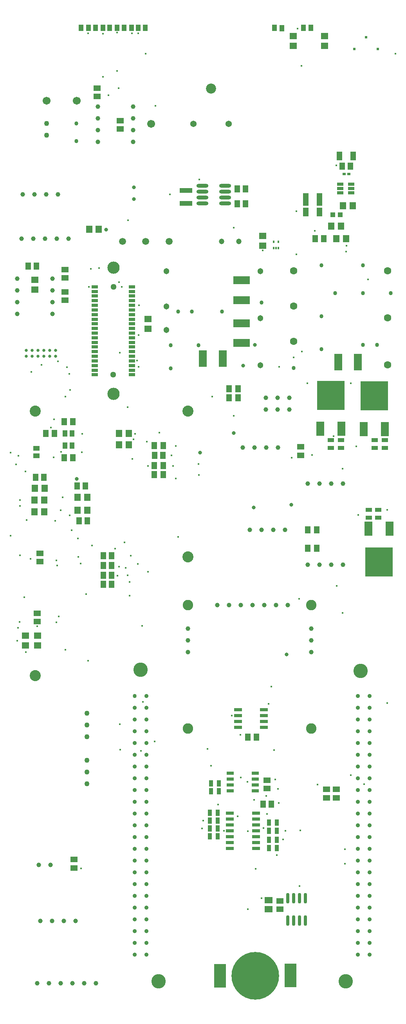
<source format=gbr>
G04 Layer_Color=16711935*
%FSLAX26Y26*%
%MOIN*%
%TF.FileFunction,Soldermask,Bot*%
%TF.Part,Single*%
G01*
G75*
%TA.AperFunction,SMDPad,CuDef*%
%ADD82R,0.053500X0.028000*%
%ADD83R,0.102425X0.204787*%
%ADD84C,0.405575*%
%ADD85R,0.053213X0.063055*%
%ADD86R,0.061087X0.049276*%
%ADD87R,0.057150X0.041402*%
%ADD88R,0.049276X0.061087*%
%ADD89R,0.045339X0.059118*%
%ADD90R,0.041402X0.057150*%
%ADD91R,0.049276X0.110299*%
%ADD92R,0.049276X0.074866*%
%ADD93R,0.232346X0.248095*%
%ADD94R,0.066992X0.122110*%
%ADD95R,0.063055X0.053213*%
%ADD96R,0.141795X0.066992*%
%ADD97R,0.066992X0.141795*%
%ADD98R,0.055181X0.025654*%
%ADD99R,0.055181X0.037465*%
%ADD100R,0.027622X0.023685*%
%ADD101R,0.039433X0.043370*%
%ADD102R,0.106362X0.041402*%
%ADD103O,0.102425X0.031559*%
G04:AMPARAMS|DCode=104|XSize=27.622mil|YSize=61.087mil|CornerRadius=4.008mil|HoleSize=0mil|Usage=FLASHONLY|Rotation=90.000|XOffset=0mil|YOffset=0mil|HoleType=Round|Shape=RoundedRectangle|*
%AMROUNDEDRECTD104*
21,1,0.027622,0.053071,0,0,90.0*
21,1,0.019606,0.061087,0,0,90.0*
1,1,0.008016,0.026535,0.009803*
1,1,0.008016,0.026535,-0.009803*
1,1,0.008016,-0.026535,-0.009803*
1,1,0.008016,-0.026535,0.009803*
%
%ADD104ROUNDEDRECTD104*%
%ADD105R,0.037465X0.055181*%
G04:AMPARAMS|DCode=106|XSize=29.591mil|YSize=68.961mil|CornerRadius=3.919mil|HoleSize=0mil|Usage=FLASHONLY|Rotation=90.000|XOffset=0mil|YOffset=0mil|HoleType=Round|Shape=RoundedRectangle|*
%AMROUNDEDRECTD106*
21,1,0.029591,0.061122,0,0,90.0*
21,1,0.021752,0.068961,0,0,90.0*
1,1,0.007839,0.030561,0.010876*
1,1,0.007839,0.030561,-0.010876*
1,1,0.007839,-0.030561,-0.010876*
1,1,0.007839,-0.030561,0.010876*
%
%ADD106ROUNDEDRECTD106*%
%ADD107R,0.065024X0.057150*%
%ADD108R,0.059118X0.045339*%
%ADD109R,0.015811X0.021716*%
%ADD110O,0.027622X0.090614*%
%TA.AperFunction,ComponentPad*%
%ADD111C,0.026268*%
%ADD112C,0.026268*%
%ADD113C,0.066992*%
%ADD114C,0.043370*%
%ADD115C,0.035496*%
%ADD116C,0.034000*%
%ADD117C,0.104000*%
%ADD118C,0.051000*%
%ADD119C,0.051244*%
%ADD120C,0.051244*%
%ADD121C,0.039433*%
%ADD122C,0.024000*%
%ADD123C,0.086000*%
%ADD124C,0.054000*%
%ADD125C,0.063055*%
%ADD126C,0.031559*%
%TA.AperFunction,ViaPad*%
%ADD127C,0.034000*%
%TA.AperFunction,ComponentPad*%
%ADD128C,0.059118*%
%ADD129C,0.047307*%
%TA.AperFunction,ViaPad*%
%ADD130C,0.122110*%
%ADD131C,0.094000*%
%ADD132C,0.089000*%
%ADD133C,0.015811*%
%ADD134C,0.032000*%
D82*
X-492747Y3257222D02*
D03*
X-492747Y3217822D02*
D03*
X-492747Y3178422D02*
D03*
X-492747Y3139022D02*
D03*
X-492747Y3099622D02*
D03*
X-492747Y3060222D02*
D03*
X-492747Y3020822D02*
D03*
X-492747Y2981422D02*
D03*
X-492747Y2942022D02*
D03*
X-492747Y2902622D02*
D03*
X-492747Y2863222D02*
D03*
X-492747Y2823822D02*
D03*
X-492747Y2784422D02*
D03*
X-492747Y2745022D02*
D03*
X-492747Y2705622D02*
D03*
X-492747Y2666222D02*
D03*
X-492747Y2626822D02*
D03*
X-492747Y2587422D02*
D03*
X-492747Y2548022D02*
D03*
X-492747Y2508622D02*
D03*
X-177547Y3257222D02*
D03*
X-177547Y3217822D02*
D03*
X-177547Y3178422D02*
D03*
X-177547Y3139022D02*
D03*
X-177547Y3099622D02*
D03*
X-177547Y3060222D02*
D03*
X-177547Y3020822D02*
D03*
X-177547Y2981422D02*
D03*
X-177547Y2942022D02*
D03*
X-177547Y2902622D02*
D03*
X-177547Y2863222D02*
D03*
X-177547Y2823822D02*
D03*
X-177547Y2784422D02*
D03*
X-177547Y2745022D02*
D03*
X-177547Y2705622D02*
D03*
X-177547Y2666222D02*
D03*
X-177547Y2626822D02*
D03*
X-177547Y2587422D02*
D03*
X-177547Y2548022D02*
D03*
X-177547Y2508622D02*
D03*
D03*
D83*
X571349Y-2603300D02*
D03*
X1173711Y-2599362D02*
D03*
D84*
X872531Y-2603300D02*
D03*
D85*
X-459159Y3745126D02*
D03*
X-541837Y3745126D02*
D03*
X-924713Y1443158D02*
D03*
X-1007391Y1443158D02*
D03*
X-1007393Y1343156D02*
D03*
X-924717Y1343156D02*
D03*
X-285933Y1912450D02*
D03*
X-203255Y1912450D02*
D03*
X-285933Y2010874D02*
D03*
X-203255Y2010874D02*
D03*
X-558179Y1357926D02*
D03*
X-640857Y1357926D02*
D03*
X-558177Y1466192D02*
D03*
X-640855Y1466192D02*
D03*
X-919791Y1544340D02*
D03*
X-1002469Y1544340D02*
D03*
X1563917Y3667000D02*
D03*
X1646593Y3667000D02*
D03*
X1603595Y3771998D02*
D03*
X1520917Y3771998D02*
D03*
X1619577Y3947882D02*
D03*
X1702255Y3947882D02*
D03*
D86*
X-748529Y3142764D02*
D03*
X-748529Y3213630D02*
D03*
X-748533Y3331738D02*
D03*
X-748533Y3402604D02*
D03*
X-961129Y918354D02*
D03*
X-961129Y989220D02*
D03*
X-984753Y410480D02*
D03*
X-984753Y481346D02*
D03*
X-276093Y4599454D02*
D03*
X-276093Y4670320D02*
D03*
X973909Y-939912D02*
D03*
X973909Y-1010778D02*
D03*
X1082177Y-1967472D02*
D03*
X1082177Y-2038338D02*
D03*
X-472945Y4875048D02*
D03*
X-472945Y4945914D02*
D03*
D87*
X-988689Y1882922D02*
D03*
X-988689Y1819930D02*
D03*
D88*
X-996563Y1634890D02*
D03*
X-925697Y1634890D02*
D03*
X-421759Y969536D02*
D03*
X-350893Y969536D02*
D03*
X-421759Y886858D02*
D03*
X-350893Y886858D02*
D03*
X-421761Y725442D02*
D03*
X-350895Y725442D02*
D03*
X-421759Y804184D02*
D03*
X-350893Y804184D02*
D03*
X15249Y1823868D02*
D03*
X86115Y1823868D02*
D03*
X-627075Y1265406D02*
D03*
X-556209Y1265406D02*
D03*
X-644791Y1564618D02*
D03*
X-573925Y1564618D02*
D03*
X1454687Y3667002D02*
D03*
X1383821Y3667002D02*
D03*
X1613675Y4284494D02*
D03*
X1684543Y4284494D02*
D03*
X719971Y3961662D02*
D03*
X790837Y3961662D02*
D03*
X719973Y4089614D02*
D03*
X790839Y4089614D02*
D03*
X-1059557Y3433512D02*
D03*
X-988691Y3433512D02*
D03*
X938475Y-1142670D02*
D03*
X1009341Y-1142670D02*
D03*
X810823Y-575000D02*
D03*
X881689Y-575000D02*
D03*
D89*
X-911917Y2008906D02*
D03*
X-837115Y2008906D02*
D03*
X-754437Y1804184D02*
D03*
X-679633Y1804184D02*
D03*
X-754437Y2111270D02*
D03*
X-679633Y2111270D02*
D03*
X13279Y1658512D02*
D03*
X88083Y1658512D02*
D03*
X88083Y1737254D02*
D03*
X13279Y1737254D02*
D03*
X725877Y2312056D02*
D03*
X651073Y2312056D02*
D03*
X651075Y2390794D02*
D03*
X725877Y2390794D02*
D03*
X1320361Y1190008D02*
D03*
X1395165Y1190008D02*
D03*
X1395171Y1032528D02*
D03*
X1320367Y1032528D02*
D03*
X13281Y1906544D02*
D03*
X88083Y1906544D02*
D03*
D90*
X-748533Y1906542D02*
D03*
X-685541Y1906542D02*
D03*
X-748533Y2008904D02*
D03*
X-685541Y2008904D02*
D03*
X1037885Y5460040D02*
D03*
X1100877Y5457134D02*
D03*
X-485913Y5459410D02*
D03*
X-422919Y5459410D02*
D03*
X-242033Y5460040D02*
D03*
X-179041Y5460040D02*
D03*
X-365911Y5459410D02*
D03*
X-302919Y5459410D02*
D03*
X-125281Y5460040D02*
D03*
X-62289Y5460040D02*
D03*
X-610611Y5459000D02*
D03*
X-547619Y5459000D02*
D03*
X1283949Y5460040D02*
D03*
X1346941Y5460040D02*
D03*
D91*
X1303199Y4000000D02*
D03*
X1421309Y4000000D02*
D03*
D92*
X1302649Y3892762D02*
D03*
X1420759Y3892762D02*
D03*
X1589201Y4370998D02*
D03*
X1707313Y4370998D02*
D03*
D93*
X1926317Y915600D02*
D03*
X1886853Y2330558D02*
D03*
X1515247Y2333708D02*
D03*
D94*
X2016475Y1199064D02*
D03*
X1836161Y1199064D02*
D03*
X1796695Y2047094D02*
D03*
X1977009Y2047094D02*
D03*
X1425091Y2050244D02*
D03*
X1605405Y2050244D02*
D03*
D95*
X935523Y3607332D02*
D03*
X935523Y3690008D02*
D03*
X-980815Y207726D02*
D03*
X-980815Y290402D02*
D03*
X1463083Y5390202D02*
D03*
X1463083Y5307526D02*
D03*
X-1004437Y3234692D02*
D03*
X-1004437Y3317370D02*
D03*
X1197335Y5307528D02*
D03*
X1197335Y5390204D02*
D03*
X-1083177Y290400D02*
D03*
X-1083177Y207722D02*
D03*
X-39871Y2983314D02*
D03*
X-39871Y2900638D02*
D03*
D96*
X757373Y3142764D02*
D03*
X757373Y3312054D02*
D03*
X757373Y2947882D02*
D03*
X757373Y2778590D02*
D03*
D97*
X1747529Y2617172D02*
D03*
X1578239Y2617172D02*
D03*
X595957Y2646700D02*
D03*
X426667Y2646700D02*
D03*
D98*
X1595959Y4130952D02*
D03*
X1595959Y4093550D02*
D03*
X1595959Y4056148D02*
D03*
X1690447Y4056148D02*
D03*
X1690447Y4093550D02*
D03*
X1690447Y4130952D02*
D03*
D99*
X1840051Y1294338D02*
D03*
X1840051Y1361268D02*
D03*
X1918789Y1294338D02*
D03*
X1918789Y1361268D02*
D03*
X1603829Y1951820D02*
D03*
X1603829Y1884890D02*
D03*
X1515247Y1884890D02*
D03*
X1515247Y1951820D02*
D03*
X1977847Y1951820D02*
D03*
X1977847Y1884890D02*
D03*
X1889261Y1884888D02*
D03*
X1889261Y1951818D02*
D03*
D100*
X1629573Y4217000D02*
D03*
X1668943Y4217000D02*
D03*
D101*
X1532961Y3869140D02*
D03*
X1595953Y3869140D02*
D03*
D102*
X282965Y3965598D02*
D03*
X282965Y4075836D02*
D03*
D103*
X615641Y4115402D02*
D03*
X615641Y4065402D02*
D03*
X615641Y4015402D02*
D03*
X615641Y3965402D02*
D03*
X422727Y4115402D02*
D03*
X422727Y4065402D02*
D03*
X422727Y4015402D02*
D03*
X422727Y3965402D02*
D03*
D104*
X874499Y-880662D02*
D03*
X874499Y-930662D02*
D03*
X874499Y-980662D02*
D03*
X874499Y-1030662D02*
D03*
X659933Y-880662D02*
D03*
X659933Y-930662D02*
D03*
X659933Y-980662D02*
D03*
X659933Y-1030662D02*
D03*
D105*
X1056585Y-1369048D02*
D03*
X989655Y-1369048D02*
D03*
X989657Y-1516684D02*
D03*
X1056587Y-1516684D02*
D03*
X1056585Y-1447788D02*
D03*
X989655Y-1447788D02*
D03*
X989657Y-1300152D02*
D03*
X1056587Y-1300152D02*
D03*
X552649Y-1416292D02*
D03*
X485719Y-1416292D02*
D03*
X485719Y-1349360D02*
D03*
X552649Y-1349360D02*
D03*
X552649Y-1282432D02*
D03*
X485719Y-1282432D02*
D03*
X485721Y-1215502D02*
D03*
X552651Y-1215502D02*
D03*
X497531Y-1034402D02*
D03*
X564461Y-1034402D02*
D03*
X564459Y-965504D02*
D03*
X497529Y-965504D02*
D03*
D106*
X947331Y-340306D02*
D03*
X947331Y-390306D02*
D03*
X947331Y-440306D02*
D03*
X947331Y-490306D02*
D03*
X724891Y-340306D02*
D03*
X724891Y-390306D02*
D03*
X724891Y-440306D02*
D03*
X724891Y-490306D02*
D03*
X655995Y-1519048D02*
D03*
X655995Y-1469048D02*
D03*
X655995Y-1419048D02*
D03*
X655995Y-1369048D02*
D03*
X655995Y-1319048D02*
D03*
X655995Y-1269048D02*
D03*
X655995Y-1219048D02*
D03*
X878437Y-1519048D02*
D03*
X878437Y-1469048D02*
D03*
X878437Y-1419048D02*
D03*
X878437Y-1369048D02*
D03*
X878437Y-1319048D02*
D03*
X878437Y-1269048D02*
D03*
X878437Y-1219048D02*
D03*
D107*
X987689Y-1959598D02*
D03*
X987689Y-2038340D02*
D03*
D108*
X1259343Y1821896D02*
D03*
X1259343Y1896700D02*
D03*
X1564459Y-1016684D02*
D03*
X1564459Y-1091486D02*
D03*
X1479813Y-1091488D02*
D03*
X1479813Y-1016684D02*
D03*
X-669413Y-1613190D02*
D03*
X-669413Y-1687992D02*
D03*
D109*
X1069381Y3638984D02*
D03*
X1030011Y3638984D02*
D03*
X1030011Y3585834D02*
D03*
X1049697Y3585834D02*
D03*
X1069381Y3585834D02*
D03*
D110*
X1298909Y-2132826D02*
D03*
X1248909Y-2132826D02*
D03*
X1198909Y-2132826D02*
D03*
X1148909Y-2132826D02*
D03*
X1298909Y-1943850D02*
D03*
X1248909Y-1943850D02*
D03*
X1198909Y-1943850D02*
D03*
X1148909Y-1943850D02*
D03*
D111*
X-828493Y2717567D02*
D03*
X-878493Y2717567D02*
D03*
X-928493Y2717567D02*
D03*
X-978493Y2717567D02*
D03*
X-1028493Y2717567D02*
D03*
X-1078493Y2717567D02*
D03*
X-828493Y2667567D02*
D03*
X-928493Y2667567D02*
D03*
X-978493Y2667567D02*
D03*
X-1028493Y2667567D02*
D03*
X-878493Y2667567D02*
D03*
D112*
X-1078493Y2667567D02*
D03*
D113*
X-904115Y4839000D02*
D03*
X-647115Y4840000D02*
D03*
X-14115Y4644000D02*
D03*
D114*
X-902415Y4547094D02*
D03*
X-902415Y4647094D02*
D03*
X-559415Y-770590D02*
D03*
X-559415Y-870590D02*
D03*
X-559415Y-970590D02*
D03*
X-559415Y-570590D02*
D03*
X-559415Y-470590D02*
D03*
X-559415Y-370590D02*
D03*
D115*
X-53745Y-225000D02*
D03*
X-53745Y-325000D02*
D03*
X-53745Y-425000D02*
D03*
X-53745Y-525000D02*
D03*
X-53745Y-625000D02*
D03*
X-53745Y-725000D02*
D03*
X-53745Y-825000D02*
D03*
X-53745Y-925000D02*
D03*
X-53745Y-1025000D02*
D03*
X-53745Y-1125000D02*
D03*
X-53745Y-1225000D02*
D03*
X-53745Y-1325000D02*
D03*
X-53745Y-1425000D02*
D03*
X-53745Y-1525000D02*
D03*
X-53745Y-1625000D02*
D03*
X-53745Y-1725000D02*
D03*
X-53745Y-1825000D02*
D03*
X-53745Y-1925000D02*
D03*
X-53745Y-2025000D02*
D03*
X-53745Y-2125000D02*
D03*
X-53745Y-2225000D02*
D03*
X-53745Y-2325000D02*
D03*
X-53745Y-2425000D02*
D03*
X-153745Y-325000D02*
D03*
X-153745Y-425000D02*
D03*
X-153745Y-525000D02*
D03*
X-153745Y-625000D02*
D03*
X-153745Y-725000D02*
D03*
X-153745Y-825000D02*
D03*
X-153745Y-925000D02*
D03*
X-153745Y-1025000D02*
D03*
X-153745Y-1125000D02*
D03*
X-153745Y-1225000D02*
D03*
X-153745Y-1325000D02*
D03*
X-153745Y-1425000D02*
D03*
X-153745Y-1525000D02*
D03*
X-153745Y-1625000D02*
D03*
X-153745Y-1725000D02*
D03*
X-153745Y-1825000D02*
D03*
X-153745Y-1925000D02*
D03*
X-153745Y-2025000D02*
D03*
X-153745Y-2125000D02*
D03*
X-153745Y-2225000D02*
D03*
X-153745Y-2325000D02*
D03*
X-153745Y-2425000D02*
D03*
X1746255Y-225000D02*
D03*
X1846255Y-225000D02*
D03*
X1846255Y-325000D02*
D03*
X1846255Y-425000D02*
D03*
X1846255Y-525000D02*
D03*
X1846255Y-625000D02*
D03*
X1846255Y-725000D02*
D03*
X1846255Y-825000D02*
D03*
X1846255Y-925000D02*
D03*
X1846255Y-1025000D02*
D03*
X1846255Y-1125000D02*
D03*
X1846255Y-1225000D02*
D03*
X1846255Y-1325000D02*
D03*
X1846255Y-1425000D02*
D03*
X1846255Y-1525000D02*
D03*
X1846255Y-1625000D02*
D03*
X1846255Y-1725000D02*
D03*
X1846255Y-1825000D02*
D03*
X1846255Y-1925000D02*
D03*
X1846255Y-2025000D02*
D03*
X1846255Y-2125000D02*
D03*
X1846255Y-2225000D02*
D03*
X1846255Y-2325000D02*
D03*
X1846255Y-2425000D02*
D03*
X1746255Y-325000D02*
D03*
X1746255Y-425000D02*
D03*
X1746255Y-525000D02*
D03*
X1746255Y-625000D02*
D03*
X1746255Y-725000D02*
D03*
X1746255Y-825000D02*
D03*
X1746255Y-925000D02*
D03*
X1746255Y-1025000D02*
D03*
X1746255Y-1125000D02*
D03*
X1746255Y-1225000D02*
D03*
X1746255Y-1325000D02*
D03*
X1746255Y-1425000D02*
D03*
X1746255Y-1525000D02*
D03*
X1746255Y-1625000D02*
D03*
X1746255Y-1725000D02*
D03*
X1746255Y-1825000D02*
D03*
X1746255Y-1925000D02*
D03*
X1746255Y-2025000D02*
D03*
X1746255Y-2125000D02*
D03*
X1746255Y-2225000D02*
D03*
X1746255Y-2325000D02*
D03*
X1746255Y-2425000D02*
D03*
D116*
X-153745Y-225000D02*
D03*
X-650107Y4646700D02*
D03*
X-650107Y4497094D02*
D03*
D117*
X-335147Y2346722D02*
D03*
X-335147Y3419122D02*
D03*
D118*
X-335147Y3257222D02*
D03*
X-336747Y2508622D02*
D03*
D119*
X914853Y2991190D02*
D03*
D120*
X114853Y3391190D02*
D03*
X114853Y3091190D02*
D03*
X114853Y2891190D02*
D03*
X914853Y3391190D02*
D03*
X914853Y2591190D02*
D03*
D121*
X964067Y2213630D02*
D03*
X1064067Y2213630D02*
D03*
X1164067Y2213630D02*
D03*
X1164067Y2313630D02*
D03*
X1064067Y2313630D02*
D03*
X964067Y2313630D02*
D03*
X826271Y1190008D02*
D03*
X926271Y1190008D02*
D03*
X1026271Y1190008D02*
D03*
X1126271Y1190008D02*
D03*
X767215Y1888826D02*
D03*
X867215Y1888826D02*
D03*
X967215Y1888826D02*
D03*
X1067215Y1888826D02*
D03*
X1318397Y1583708D02*
D03*
X1418397Y1583708D02*
D03*
X1518397Y1583708D02*
D03*
X1618397Y1583708D02*
D03*
X-807587Y4044338D02*
D03*
X-907587Y4044338D02*
D03*
X-1007587Y4044338D02*
D03*
X-1107587Y4044338D02*
D03*
X1318397Y894732D02*
D03*
X1418397Y894732D02*
D03*
X1518397Y894732D02*
D03*
X1618397Y894732D02*
D03*
X-1116051Y3668158D02*
D03*
X-716051Y3668158D02*
D03*
X-816051Y3668158D02*
D03*
X-916051Y3668158D02*
D03*
X-1016051Y3668158D02*
D03*
X-854435Y3027606D02*
D03*
X-854435Y3127606D02*
D03*
X-854435Y3227606D02*
D03*
X-854435Y3327606D02*
D03*
X-1154435Y3027606D02*
D03*
X-1154435Y3127606D02*
D03*
X-1154435Y3227606D02*
D03*
X-1154435Y3327606D02*
D03*
X-167429Y4490796D02*
D03*
X-167429Y4590796D02*
D03*
X-167429Y4690796D02*
D03*
X-167429Y4790796D02*
D03*
X-467429Y4490796D02*
D03*
X-467429Y4590796D02*
D03*
X-467429Y4690796D02*
D03*
X-467429Y4790796D02*
D03*
X-484755Y-2668260D02*
D03*
X-584755Y-2668260D02*
D03*
X-684755Y-2668260D02*
D03*
X-784755Y-2668260D02*
D03*
X-884755Y-2668260D02*
D03*
X-984755Y-2668260D02*
D03*
X1350585Y149410D02*
D03*
X1350585Y249410D02*
D03*
X1350585Y349410D02*
D03*
X300585Y149410D02*
D03*
X300585Y249410D02*
D03*
X300585Y349410D02*
D03*
X-869413Y-1660590D02*
D03*
X-969413Y-1660590D02*
D03*
X950585Y549410D02*
D03*
X1150585Y549410D02*
D03*
X1050585Y549410D02*
D03*
X850585Y549410D02*
D03*
X750585Y549410D02*
D03*
X650585Y549410D02*
D03*
X550585Y549410D02*
D03*
X-655815Y-2137748D02*
D03*
X-755815Y-2137748D02*
D03*
X-855815Y-2137748D02*
D03*
X-955815Y-2137748D02*
D03*
D122*
X1815585Y5379410D02*
D03*
X1915585Y5279410D02*
D03*
X1715585Y5279410D02*
D03*
D123*
X496885Y4943000D02*
D03*
D124*
X646885Y4643000D02*
D03*
X346885Y4643000D02*
D03*
D125*
X1200287Y3094732D02*
D03*
X1200287Y2794732D02*
D03*
X1200287Y3394732D02*
D03*
X2000287Y2594732D02*
D03*
X2000287Y2994732D02*
D03*
X2000287Y3394732D02*
D03*
D126*
X-159951Y4004180D02*
D03*
X-159951Y4104180D02*
D03*
D127*
X1908949Y2764812D02*
D03*
X1790837Y2764812D02*
D03*
X1436507Y2725442D02*
D03*
X1200287Y2567960D02*
D03*
X1436507Y3006032D02*
D03*
X1554617Y3202882D02*
D03*
X1790837Y3202882D02*
D03*
X2027057Y3202882D02*
D03*
X1790837Y3439102D02*
D03*
X1436507Y3439102D02*
D03*
X924695Y3124142D02*
D03*
X590049Y3045402D02*
D03*
X216035Y3045402D02*
D03*
X334145Y3045402D02*
D03*
X388199Y2759812D02*
D03*
X151979Y2759812D02*
D03*
X151979Y2562960D02*
D03*
D128*
X-59753Y3643158D02*
D03*
X-258179Y3643158D02*
D03*
X138671Y3643158D02*
D03*
D129*
X585129Y3643158D02*
D03*
X733947Y3643158D02*
D03*
D130*
X1771153Y-10780D02*
D03*
X-103745Y0D02*
D03*
X49309Y-2648574D02*
D03*
X1643201Y-2648574D02*
D03*
D131*
X300585Y959410D02*
D03*
X-999415Y-50590D02*
D03*
X300585Y2199410D02*
D03*
X-999415Y2199410D02*
D03*
D132*
X300585Y-500590D02*
D03*
X1350585Y549410D02*
D03*
X1350585Y-500590D02*
D03*
X300585Y549410D02*
D03*
D133*
X-1033493Y2533568D02*
D03*
X-527481Y3410930D02*
D03*
X-458481Y3415930D02*
D03*
X-120115Y2848000D02*
D03*
X-123415Y5414410D02*
D03*
X-705481Y1311930D02*
D03*
X159519Y1821930D02*
D03*
X-280481Y2696930D02*
D03*
X936255Y3565000D02*
D03*
X1223885Y3534000D02*
D03*
X-704615Y2381500D02*
D03*
X-799115Y453788D02*
D03*
X-813115Y888000D02*
D03*
X-1210115Y1847000D02*
D03*
X466885Y-675000D02*
D03*
X-1210115Y1141000D02*
D03*
X-228847Y865204D02*
D03*
X-188115Y970000D02*
D03*
X-286115Y878000D02*
D03*
X-1130423Y1443944D02*
D03*
X966885Y-1075000D02*
D03*
X1567255Y714000D02*
D03*
X-567115Y644000D02*
D03*
X54885Y2017000D02*
D03*
X1994885Y-285000D02*
D03*
X985885Y-291000D02*
D03*
X1538885Y1988000D02*
D03*
X-1130423Y1392764D02*
D03*
X-214115Y2234000D02*
D03*
X172727Y1733316D02*
D03*
X391885Y1658000D02*
D03*
X1269885Y2707212D02*
D03*
X196349Y1902606D02*
D03*
X1009885Y-145000D02*
D03*
X-210115Y3824000D02*
D03*
X-598925Y2004968D02*
D03*
X1733069Y1900888D02*
D03*
X-543807Y3256938D02*
D03*
X-118611Y3099456D02*
D03*
X1248909Y-1840976D02*
D03*
X926303Y-1945000D02*
D03*
X-197351Y747094D02*
D03*
X673255Y-390000D02*
D03*
X428633Y-1284402D02*
D03*
X-516745Y1056000D02*
D03*
X-127745Y899000D02*
D03*
X-820745Y929000D02*
D03*
X-767745Y1468000D02*
D03*
X-983745Y370000D02*
D03*
X-1133745Y405000D02*
D03*
X-945745Y2592000D02*
D03*
X1232767Y5453196D02*
D03*
X504885Y2322000D02*
D03*
X1184539Y1802212D02*
D03*
X1648255Y3607000D02*
D03*
X1562491Y4290402D02*
D03*
X1832885Y3321000D02*
D03*
X810885Y-2038338D02*
D03*
X808255Y-1375000D02*
D03*
X1042807Y-934008D02*
D03*
X-300697Y801228D02*
D03*
X-1072745Y1274000D02*
D03*
X-821745Y403000D02*
D03*
X1074303Y-1134796D02*
D03*
X607255Y-1370000D02*
D03*
X420759Y-1351330D02*
D03*
X-690067Y1185404D02*
D03*
X214885Y1129000D02*
D03*
X-240745Y1083000D02*
D03*
X-318745Y1029000D02*
D03*
X-377115Y4887000D02*
D03*
X-99115Y-690000D02*
D03*
X497529Y-816000D02*
D03*
X-1094989Y615204D02*
D03*
X-612745Y904000D02*
D03*
X877885Y-1692000D02*
D03*
X1056587Y-1575742D02*
D03*
X1686255Y2437000D02*
D03*
X1077255Y2576000D02*
D03*
X1315255Y2436000D02*
D03*
X1997885Y1361268D02*
D03*
X2065885Y5239000D02*
D03*
X144885Y4042598D02*
D03*
X-742115Y171000D02*
D03*
X1615885Y482000D02*
D03*
X-195659Y630000D02*
D03*
X1635231Y-1525346D02*
D03*
X1636885Y-1650000D02*
D03*
X689885Y3760000D02*
D03*
X-1155115Y245000D02*
D03*
X-149745Y2006000D02*
D03*
X-90115Y374000D02*
D03*
X-287115Y3295000D02*
D03*
X-842115Y1807000D02*
D03*
X1200287Y2655000D02*
D03*
X1357885Y1827000D02*
D03*
X-291115Y4945914D02*
D03*
X-1040115Y944748D02*
D03*
X-806115Y2624000D02*
D03*
X1644885Y3555000D02*
D03*
X942885Y-1345678D02*
D03*
X807885Y-954000D02*
D03*
X1750885Y1316000D02*
D03*
X-1082115Y1686000D02*
D03*
X-1145115Y1819930D02*
D03*
X-710835Y2517440D02*
D03*
X-276115Y-680346D02*
D03*
X-729115Y2573000D02*
D03*
X1614885Y1709000D02*
D03*
X-120115Y2577000D02*
D03*
X-262311Y3256000D02*
D03*
X-745115Y2324008D02*
D03*
X1033885Y-685000D02*
D03*
X1404043Y-975842D02*
D03*
X750885Y-918000D02*
D03*
X-215115Y803000D02*
D03*
X-1080115Y151000D02*
D03*
X973255Y-1228000D02*
D03*
X-1129745Y973000D02*
D03*
X-1164745Y1745000D02*
D03*
X-1146171Y355362D02*
D03*
X-781745Y1854000D02*
D03*
X-38745Y1734000D02*
D03*
X1108255Y-1444000D02*
D03*
X691255Y2160000D02*
D03*
X-602745Y1850000D02*
D03*
X390255Y1750000D02*
D03*
X-39745Y833000D02*
D03*
X-174745Y1793000D02*
D03*
X-162745Y1960000D02*
D03*
X396885Y4171000D02*
D03*
X-839745Y2129000D02*
D03*
X-866745Y2061000D02*
D03*
X-51745Y1939000D02*
D03*
X1223255Y3900000D02*
D03*
X1379255Y3734000D02*
D03*
X-782495Y1358000D02*
D03*
X1256255Y-1368000D02*
D03*
X1130255Y-1369000D02*
D03*
X-632745Y959000D02*
D03*
X-635745Y1117000D02*
D03*
X-830513Y1266000D02*
D03*
X196255Y1625000D02*
D03*
X1245467Y601772D02*
D03*
X557949Y-1148228D02*
D03*
X862949Y-1108228D02*
D03*
X-134115Y2629000D02*
D03*
X746255Y-555000D02*
D03*
X-609415Y-1690590D02*
D03*
X721885Y-1246000D02*
D03*
X1066885Y-1012000D02*
D03*
X-279115Y-465000D02*
D03*
X-550115Y77000D02*
D03*
X-304415Y5419410D02*
D03*
X-424415Y5409410D02*
D03*
X24579Y4796306D02*
D03*
X-177087Y5411720D02*
D03*
X-59115Y5239000D02*
D03*
X-549115Y5414000D02*
D03*
X-424415Y5043700D02*
D03*
X-304415Y5093700D02*
D03*
X1266885Y5136000D02*
D03*
X-85000Y-275000D02*
D03*
X16032Y-609000D02*
D03*
X1686843Y-896472D02*
D03*
X1800000Y-975000D02*
D03*
D134*
X-645745Y1623000D02*
D03*
X690255Y2014000D02*
D03*
X402255Y1848000D02*
D03*
X768255Y2588000D02*
D03*
X871255Y2764000D02*
D03*
X-396745Y3742000D02*
D03*
X1180585Y1404700D02*
D03*
X860585Y1379410D02*
D03*
X1140585Y129410D02*
D03*
%TF.MD5,343c4a220301b41723b6c958e1925a49*%
M02*

</source>
